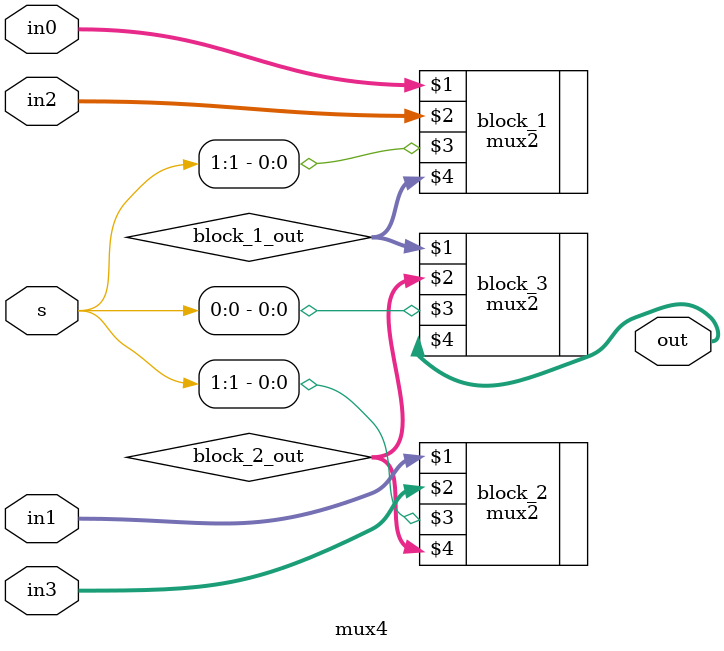
<source format=sv>
`timescale 1ns/1ps
`default_nettype none

/* Design of 4-1 mux using binary module pattern */
module mux4(in0, in1, in2, in3, s, out);

    parameter  N = 32;
    
    /* ----- Inputs  ----- */
    input wire [N-1:0] in0, in1, in2, in3;
    input wire [1:0] s;

    /* ----- Outputs  ----- */
    output logic [N-1:0] out;

    /* -----  Submodules -----  */ 
    logic [N-1:0] block_1_out ;
    mux2 block_1(in0, in2, s[1], block_1_out);

    logic [N-1:0] block_2_out ;
    mux2 block_2(in1, in3, s[1], block_2_out);

    logic [N-1:0] block_3_out ;
    mux2 block_3(block_1_out, block_2_out, s[0], out);

endmodule
</source>
